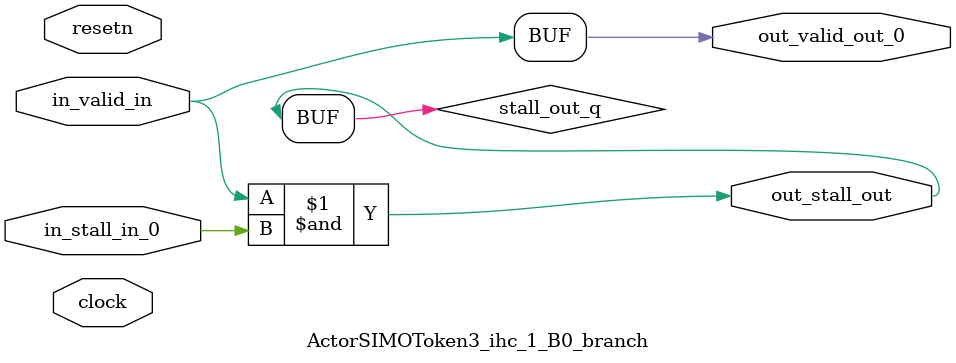
<source format=sv>



(* altera_attribute = "-name AUTO_SHIFT_REGISTER_RECOGNITION OFF; -name MESSAGE_DISABLE 10036; -name MESSAGE_DISABLE 10037; -name MESSAGE_DISABLE 14130; -name MESSAGE_DISABLE 14320; -name MESSAGE_DISABLE 15400; -name MESSAGE_DISABLE 14130; -name MESSAGE_DISABLE 10036; -name MESSAGE_DISABLE 12020; -name MESSAGE_DISABLE 12030; -name MESSAGE_DISABLE 12010; -name MESSAGE_DISABLE 12110; -name MESSAGE_DISABLE 14320; -name MESSAGE_DISABLE 13410; -name MESSAGE_DISABLE 113007; -name MESSAGE_DISABLE 10958" *)
module ActorSIMOToken3_ihc_1_B0_branch (
    input wire [0:0] in_stall_in_0,
    input wire [0:0] in_valid_in,
    output wire [0:0] out_stall_out,
    output wire [0:0] out_valid_out_0,
    input wire clock,
    input wire resetn
    );

    wire [0:0] stall_out_q;


    // stall_out(LOGICAL,6)
    assign stall_out_q = in_valid_in & in_stall_in_0;

    // out_stall_out(GPOUT,4)
    assign out_stall_out = stall_out_q;

    // out_valid_out_0(GPOUT,5)
    assign out_valid_out_0 = in_valid_in;

endmodule

</source>
